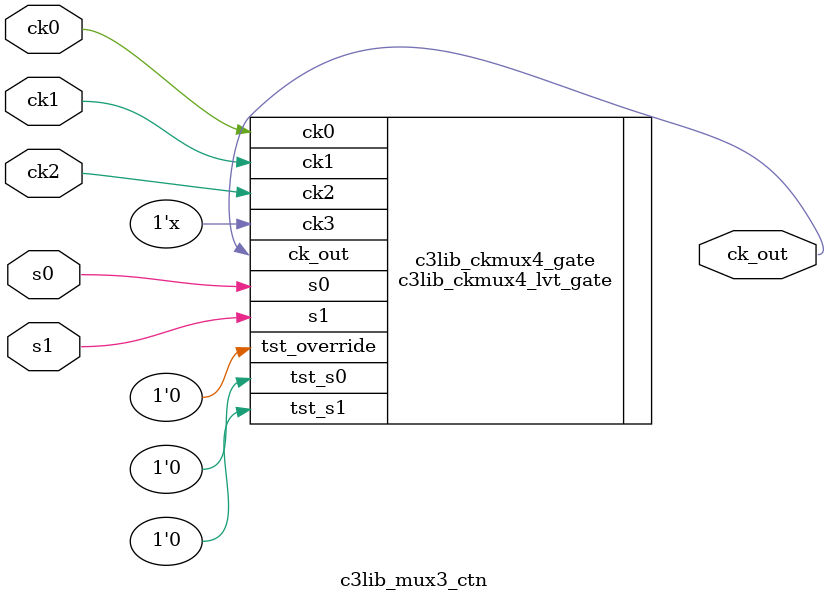
<source format=sv>

module c3lib_mux3_ctn( 

  input  logic	ck0,
  input	 logic	ck1,
  input	 logic	ck2,
  input  logic	s0,
  input	 logic	s1,
  output logic	ck_out

); 

  c3lib_ckmux4_lvt_gate c3lib_ckmux4_gate( 

    // Functional IOs
    .ck0	( ck0    ),
    .ck1	( ck1    ),
    .ck2	( ck2    ),
    .ck3	( 1'bx   ),
    .s0		( s0     ),
    .s1		( s1     ),
    .ck_out	( ck_out ),

    // Scan IOs
    .tst_override	( 1'b0 ),
    .tst_s0		( 1'b0 ),
    .tst_s1		( 1'b0 )

  ); 

endmodule 


</source>
